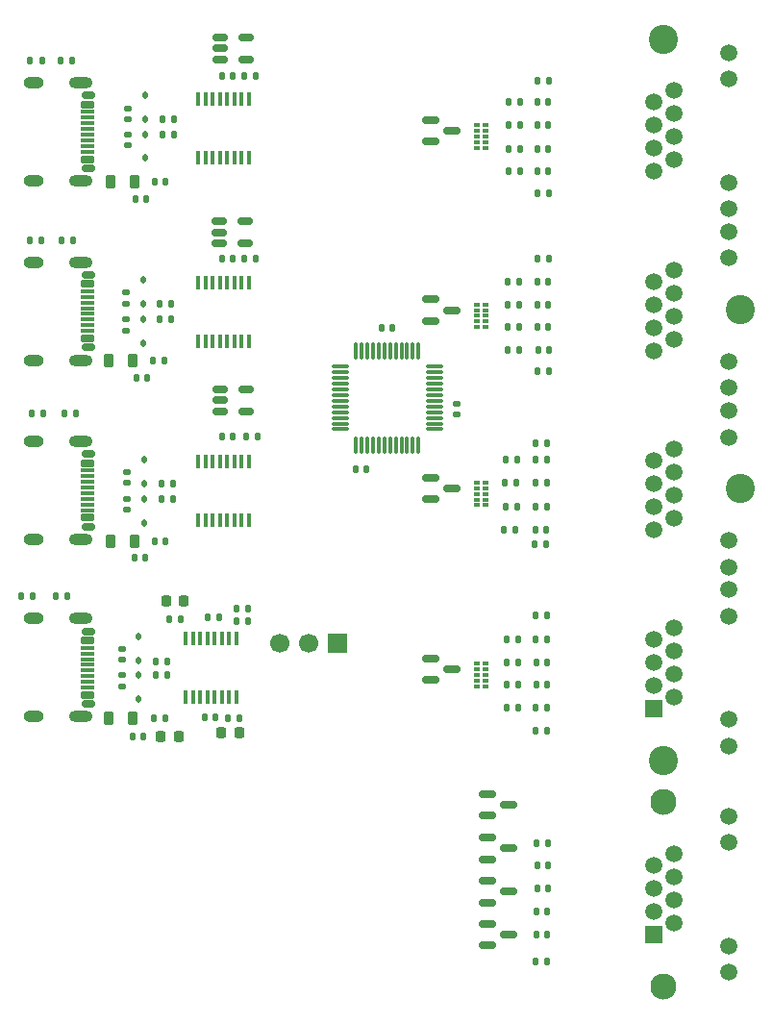
<source format=gbr>
%TF.GenerationSoftware,KiCad,Pcbnew,9.0.3-9.0.3-0~ubuntu24.04.1*%
%TF.CreationDate,2025-07-11T09:40:36-04:00*%
%TF.ProjectId,SO4R_Interlock,534f3452-5f49-46e7-9465-726c6f636b2e,rev?*%
%TF.SameCoordinates,Original*%
%TF.FileFunction,Soldermask,Top*%
%TF.FilePolarity,Negative*%
%FSLAX46Y46*%
G04 Gerber Fmt 4.6, Leading zero omitted, Abs format (unit mm)*
G04 Created by KiCad (PCBNEW 9.0.3-9.0.3-0~ubuntu24.04.1) date 2025-07-11 09:40:36*
%MOMM*%
%LPD*%
G01*
G04 APERTURE LIST*
G04 Aperture macros list*
%AMRoundRect*
0 Rectangle with rounded corners*
0 $1 Rounding radius*
0 $2 $3 $4 $5 $6 $7 $8 $9 X,Y pos of 4 corners*
0 Add a 4 corners polygon primitive as box body*
4,1,4,$2,$3,$4,$5,$6,$7,$8,$9,$2,$3,0*
0 Add four circle primitives for the rounded corners*
1,1,$1+$1,$2,$3*
1,1,$1+$1,$4,$5*
1,1,$1+$1,$6,$7*
1,1,$1+$1,$8,$9*
0 Add four rect primitives between the rounded corners*
20,1,$1+$1,$2,$3,$4,$5,0*
20,1,$1+$1,$4,$5,$6,$7,0*
20,1,$1+$1,$6,$7,$8,$9,0*
20,1,$1+$1,$8,$9,$2,$3,0*%
G04 Aperture macros list end*
%ADD10RoundRect,0.140000X-0.140000X-0.170000X0.140000X-0.170000X0.140000X0.170000X-0.140000X0.170000X0*%
%ADD11RoundRect,0.135000X0.135000X0.185000X-0.135000X0.185000X-0.135000X-0.185000X0.135000X-0.185000X0*%
%ADD12RoundRect,0.135000X-0.135000X-0.185000X0.135000X-0.185000X0.135000X0.185000X-0.135000X0.185000X0*%
%ADD13R,1.500000X1.500000*%
%ADD14C,1.500000*%
%ADD15C,2.570000*%
%ADD16RoundRect,0.140000X0.170000X-0.140000X0.170000X0.140000X-0.170000X0.140000X-0.170000X-0.140000X0*%
%ADD17RoundRect,0.147500X0.147500X0.172500X-0.147500X0.172500X-0.147500X-0.172500X0.147500X-0.172500X0*%
%ADD18RoundRect,0.218750X-0.218750X-0.256250X0.218750X-0.256250X0.218750X0.256250X-0.218750X0.256250X0*%
%ADD19RoundRect,0.140000X0.140000X0.170000X-0.140000X0.170000X-0.140000X-0.170000X0.140000X-0.170000X0*%
%ADD20RoundRect,0.150000X-0.512500X-0.150000X0.512500X-0.150000X0.512500X0.150000X-0.512500X0.150000X0*%
%ADD21R,1.700000X1.700000*%
%ADD22C,1.700000*%
%ADD23RoundRect,0.218750X-0.218750X-0.381250X0.218750X-0.381250X0.218750X0.381250X-0.218750X0.381250X0*%
%ADD24RoundRect,0.150000X-0.422500X0.150000X-0.422500X-0.150000X0.422500X-0.150000X0.422500X0.150000X0*%
%ADD25RoundRect,0.150000X-0.470000X0.150000X-0.470000X-0.150000X0.470000X-0.150000X0.470000X0.150000X0*%
%ADD26R,1.240000X0.300000*%
%ADD27O,2.100000X1.000000*%
%ADD28O,1.800000X1.000000*%
%ADD29RoundRect,0.075000X-0.200000X0.075000X-0.200000X-0.075000X0.200000X-0.075000X0.200000X0.075000X0*%
%ADD30RoundRect,0.112500X-0.112500X0.187500X-0.112500X-0.187500X0.112500X-0.187500X0.112500X0.187500X0*%
%ADD31RoundRect,0.140000X-0.170000X0.140000X-0.170000X-0.140000X0.170000X-0.140000X0.170000X0.140000X0*%
%ADD32RoundRect,0.150000X-0.587500X-0.150000X0.587500X-0.150000X0.587500X0.150000X-0.587500X0.150000X0*%
%ADD33RoundRect,0.112500X0.112500X-0.187500X0.112500X0.187500X-0.112500X0.187500X-0.112500X-0.187500X0*%
%ADD34RoundRect,0.075000X-0.662500X-0.075000X0.662500X-0.075000X0.662500X0.075000X-0.662500X0.075000X0*%
%ADD35RoundRect,0.075000X-0.075000X-0.662500X0.075000X-0.662500X0.075000X0.662500X-0.075000X0.662500X0*%
%ADD36RoundRect,0.218750X0.218750X0.256250X-0.218750X0.256250X-0.218750X-0.256250X0.218750X-0.256250X0*%
%ADD37R,0.400000X1.200000*%
%ADD38C,2.300000*%
G04 APERTURE END LIST*
D10*
%TO.C,C12*%
X116995000Y-100990000D03*
X117955000Y-100990000D03*
%TD*%
%TO.C,C19*%
X150720000Y-131500000D03*
X151680000Y-131500000D03*
%TD*%
D11*
%TO.C,R12*%
X118510000Y-81400000D03*
X117490000Y-81400000D03*
%TD*%
D12*
%TO.C,R33*%
X148100000Y-82100000D03*
X149120000Y-82100000D03*
%TD*%
D13*
%TO.C,J7*%
X160940000Y-115650000D03*
D14*
X162720000Y-114634000D03*
X160940000Y-113618000D03*
X162720000Y-112602000D03*
X160940000Y-111586000D03*
X162720000Y-110570000D03*
X160940000Y-109554000D03*
X162720000Y-108538000D03*
X167540000Y-118950000D03*
X167540000Y-116660000D03*
X167540000Y-107520000D03*
X167540000Y-105230000D03*
X160940000Y-99900000D03*
X162720000Y-98884000D03*
X160940000Y-97868000D03*
X162720000Y-96852000D03*
X160940000Y-95836000D03*
X162720000Y-94820000D03*
X160940000Y-93804000D03*
X162720000Y-92788000D03*
X167540000Y-103200000D03*
X167540000Y-100910000D03*
X167540000Y-91770000D03*
X167540000Y-89480000D03*
X160940000Y-84150000D03*
X162720000Y-83134000D03*
X160940000Y-82118000D03*
X162720000Y-81102000D03*
X160940000Y-80086000D03*
X162720000Y-79070000D03*
X160940000Y-78054000D03*
X162720000Y-77038000D03*
X167540000Y-87450000D03*
X167540000Y-85160000D03*
X167540000Y-76020000D03*
X167540000Y-73730000D03*
X160940000Y-68400000D03*
X162720000Y-67384000D03*
X160940000Y-66368000D03*
X162720000Y-65352000D03*
X160940000Y-64336000D03*
X162720000Y-63320000D03*
X160940000Y-62304000D03*
X162720000Y-61288000D03*
X167540000Y-71700000D03*
X167540000Y-69410000D03*
X167540000Y-60270000D03*
X167540000Y-57980000D03*
D15*
X161830000Y-120220000D03*
X168560000Y-96340000D03*
X168560000Y-80590000D03*
X161830000Y-56720000D03*
%TD*%
D10*
%TO.C,C37*%
X150800000Y-84100000D03*
X151760000Y-84100000D03*
%TD*%
D16*
%TO.C,C7*%
X114600000Y-95780000D03*
X114600000Y-94820000D03*
%TD*%
D11*
%TO.C,R43*%
X151710000Y-70300000D03*
X150690000Y-70300000D03*
%TD*%
D17*
%TO.C,D7*%
X116047500Y-118162500D03*
X115077500Y-118162500D03*
%TD*%
D12*
%TO.C,R20*%
X123475000Y-116500000D03*
X124495000Y-116500000D03*
%TD*%
D10*
%TO.C,C10*%
X117020000Y-69300000D03*
X117980000Y-69300000D03*
%TD*%
D11*
%TO.C,R21*%
X119310000Y-107820000D03*
X118290000Y-107820000D03*
%TD*%
%TO.C,R9*%
X117972500Y-116562500D03*
X116952500Y-116562500D03*
%TD*%
D18*
%TO.C,D15*%
X118012500Y-106220000D03*
X119587500Y-106220000D03*
%TD*%
%TO.C,D13*%
X117562500Y-118162500D03*
X119137500Y-118162500D03*
%TD*%
D11*
%TO.C,R10*%
X118720000Y-65100000D03*
X117700000Y-65100000D03*
%TD*%
D10*
%TO.C,C36*%
X150720000Y-68400000D03*
X151680000Y-68400000D03*
%TD*%
D19*
%TO.C,C16*%
X122680000Y-107620000D03*
X121720000Y-107620000D03*
%TD*%
D20*
%TO.C,U6*%
X122700000Y-72800000D03*
X122700000Y-73750000D03*
X122700000Y-74700000D03*
X124975000Y-74700000D03*
X124975000Y-72800000D03*
%TD*%
D21*
%TO.C,J5*%
X133110000Y-109890000D03*
D22*
X130570000Y-109890000D03*
X128030000Y-109890000D03*
%TD*%
D23*
%TO.C,FB4*%
X113100000Y-69300000D03*
X115225000Y-69300000D03*
%TD*%
D17*
%TO.C,D5*%
X116385000Y-86600000D03*
X115415000Y-86600000D03*
%TD*%
D12*
%TO.C,R29*%
X148200000Y-66400000D03*
X149220000Y-66400000D03*
%TD*%
%TO.C,R27*%
X148190000Y-62300000D03*
X149210000Y-62300000D03*
%TD*%
D24*
%TO.C,J4*%
X111172500Y-108880000D03*
D25*
X111125000Y-109680000D03*
D26*
X111125000Y-110830000D03*
X111125000Y-111830000D03*
X111125000Y-112330000D03*
X111125000Y-113330000D03*
D25*
X111125000Y-114480000D03*
D24*
X111172500Y-115280000D03*
X111172500Y-115280000D03*
D25*
X111125000Y-114480000D03*
D26*
X111125000Y-113830000D03*
X111125000Y-112830000D03*
X111125000Y-111330000D03*
X111125000Y-110330000D03*
D25*
X111125000Y-109680000D03*
D24*
X111172500Y-108880000D03*
D27*
X110525000Y-107760000D03*
D28*
X106325000Y-107760000D03*
D27*
X110525000Y-116400000D03*
D28*
X106325000Y-116400000D03*
%TD*%
D29*
%TO.C,U10*%
X145415000Y-80100000D03*
X145415000Y-80600000D03*
X145415000Y-81100000D03*
X145415000Y-81600000D03*
X145415000Y-82100000D03*
X146185000Y-82100000D03*
X146185000Y-81600000D03*
X146185000Y-81100000D03*
X146185000Y-80600000D03*
X146185000Y-80100000D03*
%TD*%
D11*
%TO.C,R13*%
X118510000Y-80000000D03*
X117490000Y-80000000D03*
%TD*%
D10*
%TO.C,C21*%
X150640000Y-133550000D03*
X151600000Y-133550000D03*
%TD*%
D19*
%TO.C,C15*%
X123880000Y-91700000D03*
X122920000Y-91700000D03*
%TD*%
D11*
%TO.C,R16*%
X118125000Y-112720000D03*
X117105000Y-112720000D03*
%TD*%
D10*
%TO.C,C26*%
X150600000Y-93800000D03*
X151560000Y-93800000D03*
%TD*%
D12*
%TO.C,R4*%
X105990000Y-74470000D03*
X107010000Y-74470000D03*
%TD*%
D30*
%TO.C,D11*%
X116100000Y-97240000D03*
X116100000Y-99340000D03*
%TD*%
D31*
%TO.C,C1*%
X114700000Y-65120000D03*
X114700000Y-66080000D03*
%TD*%
D10*
%TO.C,C32*%
X150720000Y-66400000D03*
X151680000Y-66400000D03*
%TD*%
D11*
%TO.C,R23*%
X125910000Y-76100000D03*
X124890000Y-76100000D03*
%TD*%
D10*
%TO.C,C22*%
X150640000Y-135600000D03*
X151600000Y-135600000D03*
%TD*%
D12*
%TO.C,R18*%
X124190000Y-106900000D03*
X125210000Y-106900000D03*
%TD*%
D11*
%TO.C,R49*%
X151610000Y-117650000D03*
X150590000Y-117650000D03*
%TD*%
D16*
%TO.C,C6*%
X114500000Y-80000000D03*
X114500000Y-79040000D03*
%TD*%
D12*
%TO.C,R39*%
X148000000Y-109600000D03*
X149020000Y-109600000D03*
%TD*%
D16*
%TO.C,C17*%
X143650000Y-89780000D03*
X143650000Y-88820000D03*
%TD*%
D32*
%TO.C,Q4*%
X146312500Y-134650000D03*
X146312500Y-136550000D03*
X148187500Y-135600000D03*
%TD*%
D11*
%TO.C,R24*%
X126110000Y-91700000D03*
X125090000Y-91700000D03*
%TD*%
D23*
%TO.C,FB1*%
X113000000Y-85060000D03*
X115125000Y-85060000D03*
%TD*%
D12*
%TO.C,R40*%
X148000000Y-111600000D03*
X149020000Y-111600000D03*
%TD*%
D23*
%TO.C,FB2*%
X113100000Y-100990000D03*
X115225000Y-100990000D03*
%TD*%
D12*
%TO.C,R1*%
X108700000Y-58600000D03*
X109720000Y-58600000D03*
%TD*%
D17*
%TO.C,D6*%
X116185000Y-102400000D03*
X115215000Y-102400000D03*
%TD*%
D32*
%TO.C,Q8*%
X141312500Y-95350000D03*
X141312500Y-97250000D03*
X143187500Y-96300000D03*
%TD*%
D30*
%TO.C,D10*%
X116000000Y-81410000D03*
X116000000Y-83510000D03*
%TD*%
D32*
%TO.C,Q6*%
X141312500Y-63850000D03*
X141312500Y-65750000D03*
X143187500Y-64800000D03*
%TD*%
D11*
%TO.C,R26*%
X151700000Y-127500000D03*
X150680000Y-127500000D03*
%TD*%
D24*
%TO.C,J2*%
X111172500Y-77480000D03*
D25*
X111125000Y-78280000D03*
D26*
X111125000Y-79430000D03*
X111125000Y-80430000D03*
X111125000Y-80930000D03*
X111125000Y-81930000D03*
D25*
X111125000Y-83080000D03*
D24*
X111172500Y-83880000D03*
X111172500Y-83880000D03*
D25*
X111125000Y-83080000D03*
D26*
X111125000Y-82430000D03*
X111125000Y-81430000D03*
X111125000Y-79930000D03*
X111125000Y-78930000D03*
D25*
X111125000Y-78280000D03*
D24*
X111172500Y-77480000D03*
D27*
X110525000Y-76360000D03*
D28*
X106325000Y-76360000D03*
D27*
X110525000Y-85000000D03*
D28*
X106325000Y-85000000D03*
%TD*%
D19*
%TO.C,C23*%
X137980000Y-82150000D03*
X137020000Y-82150000D03*
%TD*%
D10*
%TO.C,C24*%
X150720000Y-62300000D03*
X151680000Y-62300000D03*
%TD*%
D12*
%TO.C,R2*%
X106065000Y-58600000D03*
X107085000Y-58600000D03*
%TD*%
D10*
%TO.C,C31*%
X150620000Y-111600000D03*
X151580000Y-111600000D03*
%TD*%
D12*
%TO.C,R41*%
X147990000Y-113600000D03*
X149010000Y-113600000D03*
%TD*%
D19*
%TO.C,C13*%
X123880000Y-60000000D03*
X122920000Y-60000000D03*
%TD*%
D12*
%TO.C,R38*%
X147800000Y-99900000D03*
X148820000Y-99900000D03*
%TD*%
%TO.C,R32*%
X148080000Y-80100000D03*
X149100000Y-80100000D03*
%TD*%
D10*
%TO.C,C27*%
X150600000Y-109600000D03*
X151560000Y-109600000D03*
%TD*%
%TO.C,C29*%
X150700000Y-80100000D03*
X151660000Y-80100000D03*
%TD*%
D12*
%TO.C,R35*%
X147900000Y-93800000D03*
X148920000Y-93800000D03*
%TD*%
D31*
%TO.C,C3*%
X114600000Y-97220000D03*
X114600000Y-98180000D03*
%TD*%
D10*
%TO.C,C11*%
X116895000Y-85060000D03*
X117855000Y-85060000D03*
%TD*%
D11*
%TO.C,R15*%
X118610000Y-95900000D03*
X117590000Y-95900000D03*
%TD*%
D10*
%TO.C,C25*%
X150720000Y-78100000D03*
X151680000Y-78100000D03*
%TD*%
D33*
%TO.C,D2*%
X116000000Y-80010000D03*
X116000000Y-77910000D03*
%TD*%
D20*
%TO.C,U7*%
X122825000Y-87600000D03*
X122825000Y-88550000D03*
X122825000Y-89500000D03*
X125100000Y-89500000D03*
X125100000Y-87600000D03*
%TD*%
D11*
%TO.C,R17*%
X118125000Y-111520000D03*
X117105000Y-111520000D03*
%TD*%
D10*
%TO.C,C39*%
X150600000Y-115600000D03*
X151560000Y-115600000D03*
%TD*%
D12*
%TO.C,R28*%
X148200000Y-64300000D03*
X149220000Y-64300000D03*
%TD*%
%TO.C,R6*%
X106190000Y-89700000D03*
X107210000Y-89700000D03*
%TD*%
D16*
%TO.C,C8*%
X114115000Y-111400000D03*
X114115000Y-110440000D03*
%TD*%
D33*
%TO.C,D1*%
X116200000Y-63800000D03*
X116200000Y-61700000D03*
%TD*%
D34*
%TO.C,U8*%
X133337500Y-85587500D03*
X133337500Y-86087500D03*
X133337500Y-86587500D03*
X133337500Y-87087500D03*
X133337500Y-87587500D03*
X133337500Y-88087500D03*
X133337500Y-88587500D03*
X133337500Y-89087500D03*
X133337500Y-89587500D03*
X133337500Y-90087500D03*
X133337500Y-90587500D03*
X133337500Y-91087500D03*
D35*
X134750000Y-92500000D03*
X135250000Y-92500000D03*
X135750000Y-92500000D03*
X136250000Y-92500000D03*
X136750000Y-92500000D03*
X137250000Y-92500000D03*
X137750000Y-92500000D03*
X138250000Y-92500000D03*
X138750000Y-92500000D03*
X139250000Y-92500000D03*
X139750000Y-92500000D03*
X140250000Y-92500000D03*
D34*
X141662500Y-91087500D03*
X141662500Y-90587500D03*
X141662500Y-90087500D03*
X141662500Y-89587500D03*
X141662500Y-89087500D03*
X141662500Y-88587500D03*
X141662500Y-88087500D03*
X141662500Y-87587500D03*
X141662500Y-87087500D03*
X141662500Y-86587500D03*
X141662500Y-86087500D03*
X141662500Y-85587500D03*
D35*
X140250000Y-84175000D03*
X139750000Y-84175000D03*
X139250000Y-84175000D03*
X138750000Y-84175000D03*
X138250000Y-84175000D03*
X137750000Y-84175000D03*
X137250000Y-84175000D03*
X136750000Y-84175000D03*
X136250000Y-84175000D03*
X135750000Y-84175000D03*
X135250000Y-84175000D03*
X134750000Y-84175000D03*
%TD*%
D16*
%TO.C,C5*%
X114700000Y-63780000D03*
X114700000Y-62820000D03*
%TD*%
D10*
%TO.C,C30*%
X150600000Y-95800000D03*
X151560000Y-95800000D03*
%TD*%
D32*
%TO.C,Q5*%
X141312500Y-111250000D03*
X141312500Y-113150000D03*
X143187500Y-112200000D03*
%TD*%
D36*
%TO.C,D14*%
X124475000Y-117800000D03*
X122900000Y-117800000D03*
%TD*%
D12*
%TO.C,R34*%
X148100000Y-84100000D03*
X149120000Y-84100000D03*
%TD*%
%TO.C,R30*%
X148190000Y-68400000D03*
X149210000Y-68400000D03*
%TD*%
D37*
%TO.C,U4*%
X124222500Y-109490000D03*
X123587500Y-109490000D03*
X122952500Y-109490000D03*
X122317500Y-109490000D03*
X121682500Y-109490000D03*
X121047500Y-109490000D03*
X120412500Y-109490000D03*
X119777500Y-109490000D03*
X119777500Y-114690000D03*
X120412500Y-114690000D03*
X121047500Y-114690000D03*
X121682500Y-114690000D03*
X122317500Y-114690000D03*
X122952500Y-114690000D03*
X123587500Y-114690000D03*
X124222500Y-114690000D03*
%TD*%
D17*
%TO.C,D8*%
X116285000Y-70800000D03*
X115315000Y-70800000D03*
%TD*%
D37*
%TO.C,U1*%
X125322500Y-62000000D03*
X124687500Y-62000000D03*
X124052500Y-62000000D03*
X123417500Y-62000000D03*
X122782500Y-62000000D03*
X122147500Y-62000000D03*
X121512500Y-62000000D03*
X120877500Y-62000000D03*
X120877500Y-67200000D03*
X121512500Y-67200000D03*
X122147500Y-67200000D03*
X122782500Y-67200000D03*
X123417500Y-67200000D03*
X124052500Y-67200000D03*
X124687500Y-67200000D03*
X125322500Y-67200000D03*
%TD*%
D12*
%TO.C,R36*%
X147880000Y-95800000D03*
X148900000Y-95800000D03*
%TD*%
D31*
%TO.C,C4*%
X114115000Y-112740000D03*
X114115000Y-113700000D03*
%TD*%
D11*
%TO.C,R48*%
X151610000Y-92300000D03*
X150590000Y-92300000D03*
%TD*%
D10*
%TO.C,C33*%
X150700000Y-82100000D03*
X151660000Y-82100000D03*
%TD*%
D12*
%TO.C,R31*%
X148110000Y-78100000D03*
X149130000Y-78100000D03*
%TD*%
D10*
%TO.C,C35*%
X150620000Y-113600000D03*
X151580000Y-113600000D03*
%TD*%
D11*
%TO.C,R22*%
X125920000Y-60000000D03*
X124900000Y-60000000D03*
%TD*%
D31*
%TO.C,C2*%
X114500000Y-81420000D03*
X114500000Y-82380000D03*
%TD*%
D29*
%TO.C,U12*%
X145415000Y-111700000D03*
X145415000Y-112200000D03*
X145415000Y-112700000D03*
X145415000Y-113200000D03*
X145415000Y-113700000D03*
X146185000Y-113700000D03*
X146185000Y-113200000D03*
X146185000Y-112700000D03*
X146185000Y-112200000D03*
X146185000Y-111700000D03*
%TD*%
D10*
%TO.C,C9*%
X121405000Y-116466250D03*
X122365000Y-116466250D03*
%TD*%
D24*
%TO.C,J1*%
X111172500Y-61700000D03*
D25*
X111125000Y-62500000D03*
D26*
X111125000Y-63650000D03*
X111125000Y-64650000D03*
X111125000Y-65150000D03*
X111125000Y-66150000D03*
D25*
X111125000Y-67300000D03*
D24*
X111172500Y-68100000D03*
X111172500Y-68100000D03*
D25*
X111125000Y-67300000D03*
D26*
X111125000Y-66650000D03*
X111125000Y-65650000D03*
X111125000Y-64150000D03*
X111125000Y-63150000D03*
D25*
X111125000Y-62500000D03*
D24*
X111172500Y-61700000D03*
D27*
X110525000Y-60580000D03*
D28*
X106325000Y-60580000D03*
D27*
X110525000Y-69220000D03*
D28*
X106325000Y-69220000D03*
%TD*%
D10*
%TO.C,C34*%
X150600000Y-97900000D03*
X151560000Y-97900000D03*
%TD*%
%TO.C,C38*%
X150540000Y-99900000D03*
X151500000Y-99900000D03*
%TD*%
D24*
%TO.C,J3*%
X111172500Y-93280000D03*
D25*
X111125000Y-94080000D03*
D26*
X111125000Y-95230000D03*
X111125000Y-96230000D03*
X111125000Y-96730000D03*
X111125000Y-97730000D03*
D25*
X111125000Y-98880000D03*
D24*
X111172500Y-99680000D03*
X111172500Y-99680000D03*
D25*
X111125000Y-98880000D03*
D26*
X111125000Y-98230000D03*
X111125000Y-97230000D03*
X111125000Y-95730000D03*
X111125000Y-94730000D03*
D25*
X111125000Y-94080000D03*
D24*
X111172500Y-93280000D03*
D27*
X110525000Y-92160000D03*
D28*
X106325000Y-92160000D03*
D27*
X110525000Y-100800000D03*
D28*
X106325000Y-100800000D03*
%TD*%
D32*
%TO.C,Q2*%
X146312500Y-127050000D03*
X146312500Y-128950000D03*
X148187500Y-128000000D03*
%TD*%
D12*
%TO.C,R19*%
X124190000Y-108000000D03*
X125210000Y-108000000D03*
%TD*%
D11*
%TO.C,R14*%
X118610000Y-97200000D03*
X117590000Y-97200000D03*
%TD*%
D33*
%TO.C,D4*%
X115610000Y-111440000D03*
X115610000Y-109340000D03*
%TD*%
D10*
%TO.C,C28*%
X150720000Y-64300000D03*
X151680000Y-64300000D03*
%TD*%
D12*
%TO.C,R5*%
X109100000Y-89700000D03*
X110120000Y-89700000D03*
%TD*%
D29*
%TO.C,U11*%
X145415000Y-95774328D03*
X145415000Y-96274328D03*
X145415000Y-96774328D03*
X145415000Y-97274328D03*
X145415000Y-97774328D03*
X146185000Y-97774328D03*
X146185000Y-97274328D03*
X146185000Y-96774328D03*
X146185000Y-96274328D03*
X146185000Y-95774328D03*
%TD*%
D11*
%TO.C,R44*%
X151710000Y-60400000D03*
X150690000Y-60400000D03*
%TD*%
D19*
%TO.C,C14*%
X123880000Y-76100000D03*
X122920000Y-76100000D03*
%TD*%
D29*
%TO.C,U9*%
X145415000Y-64300000D03*
X145415000Y-64800000D03*
X145415000Y-65300000D03*
X145415000Y-65800000D03*
X145415000Y-66300000D03*
X146185000Y-66300000D03*
X146185000Y-65800000D03*
X146185000Y-65300000D03*
X146185000Y-64800000D03*
X146185000Y-64300000D03*
%TD*%
D37*
%TO.C,U3*%
X125322500Y-93890000D03*
X124687500Y-93890000D03*
X124052500Y-93890000D03*
X123417500Y-93890000D03*
X122782500Y-93890000D03*
X122147500Y-93890000D03*
X121512500Y-93890000D03*
X120877500Y-93890000D03*
X120877500Y-99090000D03*
X121512500Y-99090000D03*
X122147500Y-99090000D03*
X122782500Y-99090000D03*
X123417500Y-99090000D03*
X124052500Y-99090000D03*
X124687500Y-99090000D03*
X125322500Y-99090000D03*
%TD*%
D12*
%TO.C,R42*%
X147990000Y-115600000D03*
X149010000Y-115600000D03*
%TD*%
D30*
%TO.C,D9*%
X116200000Y-65100000D03*
X116200000Y-67200000D03*
%TD*%
D12*
%TO.C,R3*%
X108837500Y-74470000D03*
X109857500Y-74470000D03*
%TD*%
D11*
%TO.C,R11*%
X118710000Y-63800000D03*
X117690000Y-63800000D03*
%TD*%
D23*
%TO.C,FB3*%
X113000000Y-116562500D03*
X115125000Y-116562500D03*
%TD*%
D10*
%TO.C,C18*%
X150740000Y-129500000D03*
X151700000Y-129500000D03*
%TD*%
D13*
%TO.C,J6*%
X160940000Y-135590000D03*
D14*
X162720000Y-134574000D03*
X160940000Y-133558000D03*
X162720000Y-132542000D03*
X160940000Y-131526000D03*
X162720000Y-130510000D03*
X160940000Y-129494000D03*
X162720000Y-128478000D03*
X167540000Y-138890000D03*
X167540000Y-136600000D03*
X167540000Y-127460000D03*
X167540000Y-125170000D03*
D38*
X161830000Y-140160000D03*
X161830000Y-123900000D03*
%TD*%
D12*
%TO.C,R8*%
X105290000Y-105800000D03*
X106310000Y-105800000D03*
%TD*%
D10*
%TO.C,C20*%
X134720000Y-94600000D03*
X135680000Y-94600000D03*
%TD*%
D32*
%TO.C,Q7*%
X141312500Y-79650000D03*
X141312500Y-81550000D03*
X143187500Y-80600000D03*
%TD*%
D11*
%TO.C,R45*%
X151760000Y-86000000D03*
X150740000Y-86000000D03*
%TD*%
D33*
%TO.C,D3*%
X116100000Y-95840000D03*
X116100000Y-93740000D03*
%TD*%
D11*
%TO.C,R25*%
X151610000Y-137950000D03*
X150590000Y-137950000D03*
%TD*%
%TO.C,R46*%
X151710000Y-76100000D03*
X150690000Y-76100000D03*
%TD*%
D32*
%TO.C,Q1*%
X146312500Y-123200000D03*
X146312500Y-125100000D03*
X148187500Y-124150000D03*
%TD*%
D12*
%TO.C,R37*%
X147900000Y-97900000D03*
X148920000Y-97900000D03*
%TD*%
D37*
%TO.C,U2*%
X125322500Y-78160000D03*
X124687500Y-78160000D03*
X124052500Y-78160000D03*
X123417500Y-78160000D03*
X122782500Y-78160000D03*
X122147500Y-78160000D03*
X121512500Y-78160000D03*
X120877500Y-78160000D03*
X120877500Y-83360000D03*
X121512500Y-83360000D03*
X122147500Y-83360000D03*
X122782500Y-83360000D03*
X123417500Y-83360000D03*
X124052500Y-83360000D03*
X124687500Y-83360000D03*
X125322500Y-83360000D03*
%TD*%
D32*
%TO.C,Q3*%
X146312500Y-130850000D03*
X146312500Y-132750000D03*
X148187500Y-131800000D03*
%TD*%
D30*
%TO.C,D12*%
X115610000Y-112740000D03*
X115610000Y-114840000D03*
%TD*%
D12*
%TO.C,R7*%
X108315000Y-105800000D03*
X109335000Y-105800000D03*
%TD*%
D20*
%TO.C,U5*%
X122800000Y-56600000D03*
X122800000Y-57550000D03*
X122800000Y-58500000D03*
X125075000Y-58500000D03*
X125075000Y-56600000D03*
%TD*%
D11*
%TO.C,R47*%
X151510000Y-101200000D03*
X150490000Y-101200000D03*
%TD*%
%TO.C,R50*%
X151610000Y-107500000D03*
X150590000Y-107500000D03*
%TD*%
M02*

</source>
